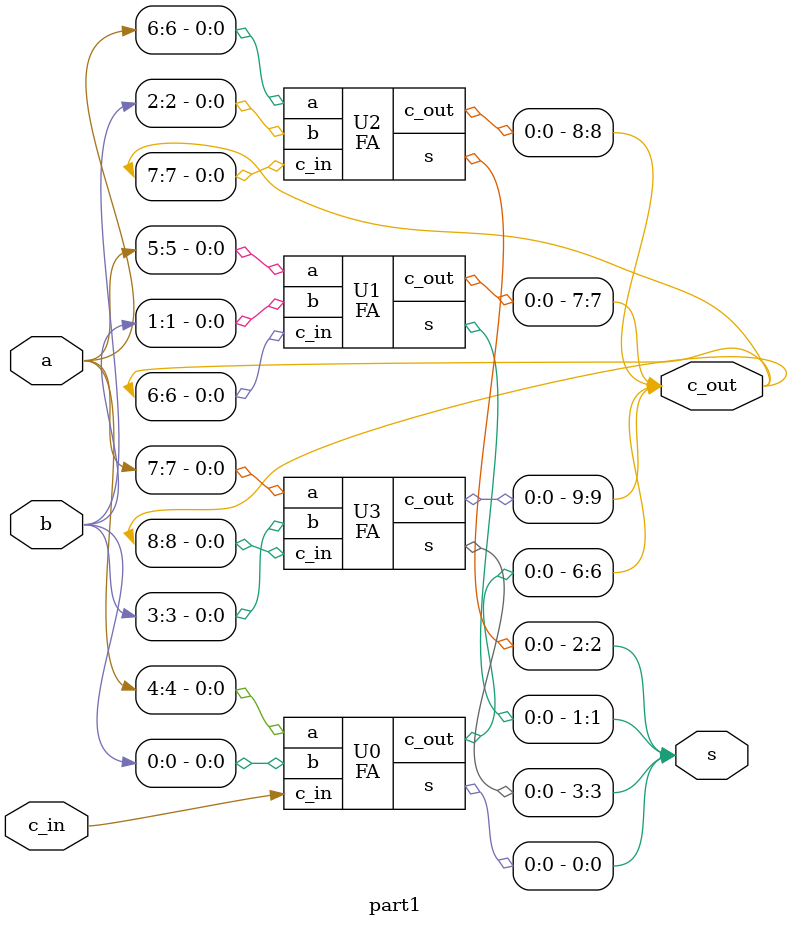
<source format=v>
`timescale 1ns / 1ns // `timescale time_unit/time_precision


//LEDR[0] output display



module FA(a, b, c_in, s,  c_out);
	input a,b,c_in;
	output s,c_out;
	assign s = a^b^c_in;
	assign c_out = (a&b)|(a&c_in)|(b&c_in);
endmodule

module part1(a, b, c_in, s,  c_out);
	input [7:4] a;
	input [3:0] b;
	input c_in;
	
	output [3:0] s;
	output [9:6] c_out;

	FA U0 (a[4],b[0],c_in,s[0],c_out[6]);
	FA U1 (a[5],b[1],c_out[6],s[1],c_out[7]);
	FA U2 (a[6],b[2],c_out[7],s[2],c_out[8]);
	FA U3 (a[7],b[3],c_out[8],s[3],c_out[9]);
endmodule
</source>
